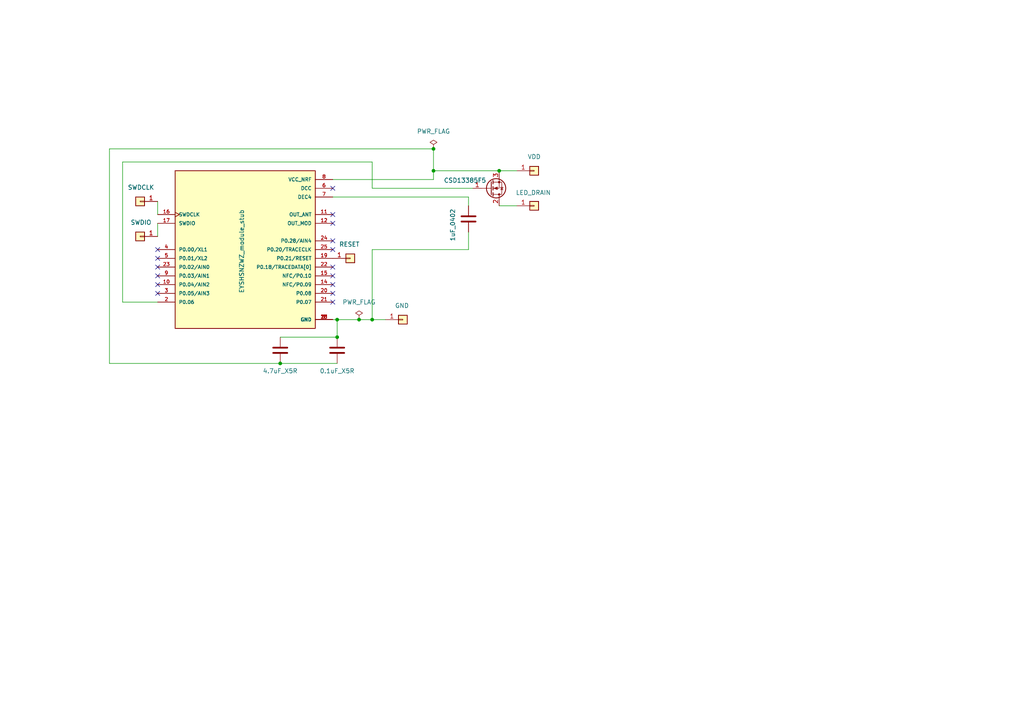
<source format=kicad_sch>
(kicad_sch (version 20250114) (generator "eeschema") (generator_version "9.0")
  (paper "A4")
  (lib_symbols
    (symbol "Connector_Generic:Conn_01x01" (pin_names (offset 1.016) (hide yes))
      (property "Reference" "J" (at 0 2.54 0))
      (property "Value" "Conn_01x01" (at 0 -2.54 0))
      (symbol "Conn_01x01_1_1"
        (rectangle (start -1.27 1.27) (end 1.27 -1.27) (stroke (width 0.254)) (fill (type background)))
        (rectangle (start -1.27 0.127) (end 0 -0.127) (stroke (width 0.1524)))
        (pin passive line (at -5.08 0 0) (length 3.81) (name "Pin_1") (number "1"))
      )
    )
    (symbol "Device:C" (pin_numbers (hide yes)) (pin_names (offset 0.254))
      (property "Reference" "C" (at 0.635 2.54 0))
      (property "Value" "C" (at 0.635 -2.54 0))
      (symbol "C_0_1"
        (polyline (pts (xy -2.032 0.762) (xy 2.032 0.762)) (stroke (width 0.508)))
        (polyline (pts (xy -2.032 -0.762) (xy 2.032 -0.762)) (stroke (width 0.508)))
      )
      (symbol "C_1_1"
        (pin passive line (at 0 3.81 270) (length 2.794) (name "~") (number "1"))
        (pin passive line (at 0 -3.81 90) (length 2.794) (name "~") (number "2"))
      )
    )
    (symbol "EYSHSNZWZ:EYSHSNZWZ" (pin_names (offset 1.016))
      (property "Value" "EYSHSNZWZ_module_stub" (at -1.016 -0.508 90))
      (symbol "EYSHSNZWZ_0_0"
        (rectangle (start -20.32 -22.86) (end 20.32 22.86) (stroke (width 0.254)) (fill (type background)))
        (pin input clock (at -25.4 10.16 0) (length 5.08) (name "SWDCLK") (number "16"))
        (pin bidirectional line (at -25.4 7.62 0) (length 5.08) (name "SWDIO") (number "17"))
        (pin bidirectional line (at -25.4 0 0) (length 5.08) (name "P0.00/XL1") (number "4"))
        (pin bidirectional line (at -25.4 -2.54 0) (length 5.08) (name "P0.01/XL2") (number "5"))
        (pin bidirectional line (at -25.4 -5.08 0) (length 5.08) (name "P0.02/AIN0") (number "23"))
        (pin bidirectional line (at -25.4 -7.62 0) (length 5.08) (name "P0.03/AIN1") (number "9"))
        (pin bidirectional line (at -25.4 -10.16 0) (length 5.08) (name "P0.04/AIN2") (number "10"))
        (pin bidirectional line (at -25.4 -12.7 0) (length 5.08) (name "P0.05/AIN3") (number "3"))
        (pin power_in line (at 25.4 20.32 180) (length 5.08) (name "VCC_NRF") (number "8"))
        (pin output line (at 25.4 10.16 180) (length 5.08) (name "OUT_ANT") (number "11"))
        (pin output line (at 25.4 7.62 180) (length 5.08) (name "OUT_MOD") (number "12"))
        (pin bidirectional line (at 25.4 2.54 180) (length 5.08) (name "P0.28/AIN4") (number "24"))
        (pin bidirectional line (at 25.4 0 180) (length 5.08) (name "P0.20/TRACECLK") (number "25"))
        (pin bidirectional line (at 25.4 -2.54 180) (length 5.08) (name "P0.21/RESET") (number "19"))
        (pin bidirectional line (at 25.4 -5.08 180) (length 5.08) (name "P0.18/TRACEDATA[0]") (number "22"))
        (pin bidirectional line (at 25.4 -7.62 180) (length 5.08) (name "NFC/P0.10") (number "15"))
        (pin bidirectional line (at 25.4 -10.16 180) (length 5.08) (name "NFC/P0.09") (number "14"))
        (pin bidirectional line (at 25.4 -12.7 180) (length 5.08) (name "P0.08") (number "20"))
        (pin bidirectional line (at 25.4 -15.24 180) (length 5.08) (name "P0.07") (number "21"))
        (pin power_in line (at 25.4 -20.32 180) (length 5.08) (name "GND") (number "1"))
        (pin power_in line (at 25.4 -20.32 180) (length 5.08) (name "GND") (number "13"))
        (pin power_in line (at 25.4 -20.32 180) (length 5.08) (name "GND") (number "18"))
        (pin power_in line (at 25.4 -20.32 180) (length 5.08) (name "GND") (number "26"))
      )
      (symbol "EYSHSNZWZ_1_0"
        (pin passive line (at -25.4 -15.24 0) (length 5.08) (name "P0.06") (number "2"))
        (pin passive line (at 25.4 17.78 180) (length 5.08) (name "DCC") (number "6"))
        (pin passive line (at 25.4 15.24 180) (length 5.08) (name "DEC4") (number "7"))
      )
    )
    (symbol "Transistor_FET:Q_NMOS_GDS" (pin_names (offset 0) (hide yes))
      (property "Reference" "Q" (at 5.08 1.905 0))
      (property "Value" "Q_NMOS_GDS" (at 5.08 0 0))
      (symbol "Q_NMOS_GDS_0_1"
        (polyline (pts (xy 0.254 1.905) (xy 0.254 -1.905)) (stroke (width 0.254)))
        (polyline (pts (xy 0.254 0) (xy -2.54 0)))
        (polyline (pts (xy 0.762 2.286) (xy 0.762 1.27)) (stroke (width 0.254)))
        (polyline (pts (xy 0.762 0.508) (xy 0.762 -0.508)) (stroke (width 0.254)))
        (polyline (pts (xy 0.762 -1.27) (xy 0.762 -2.286)) (stroke (width 0.254)))
        (polyline (pts (xy 0.762 -1.778) (xy 3.302 -1.778) (xy 3.302 1.778) (xy 0.762 1.778)))
        (polyline (pts (xy 1.016 0) (xy 2.032 0.381) (xy 2.032 -0.381) (xy 1.016 0)) (fill (type outline)))
        (circle (center 1.651 0) (radius 2.794) (stroke (width 0.254)))
        (polyline (pts (xy 2.54 2.54) (xy 2.54 1.778)))
        (circle (center 2.54 1.778) (radius 0.254) (fill (type outline)))
        (circle (center 2.54 -1.778) (radius 0.254) (fill (type outline)))
        (polyline (pts (xy 2.54 -2.54) (xy 2.54 0) (xy 0.762 0)))
        (polyline (pts (xy 2.921 0.381) (xy 3.683 0.381)))
        (polyline (pts (xy 3.302 0.381) (xy 2.921 -0.254) (xy 3.683 -0.254) (xy 3.302 0.381)))
      )
      (symbol "Q_NMOS_GDS_1_1"
        (pin input line (at -5.08 0 0) (length 2.54) (name "G") (number "1"))
        (pin passive line (at 2.54 5.08 270) (length 2.54) (name "D") (number "2"))
        (pin passive line (at 2.54 -5.08 90) (length 2.54) (name "S") (number "3"))
      )
    )
    (symbol "power:PWR_FLAG" (power) (pin_numbers (hide yes)) (pin_names (offset 0) (hide yes))
      (property "Value" "PWR_FLAG" (at 0 3.81 0))
      (symbol "PWR_FLAG_0_0"
        (pin power_out line (at 0 0 90) (length 0) (name "~") (number "1"))
      )
      (symbol "PWR_FLAG_0_1"
        (polyline (pts (xy 0 0) (xy 0 1.27) (xy -1.016 1.905) (xy 0 2.54) (xy 1.016 1.905) (xy 0 1.27)))
      )
    )
  )
  (junction (at 81.28 105.41))
  (junction (at 104.14 92.71))
  (junction (at 144.78 49.53))
  (junction (at 107.95 92.71))
  (junction (at 125.73 49.53))
  (junction (at 97.79 92.71))
  (junction (at 125.73 43.18))
  (junction (at 97.79 97.79))
  (no_connect (at 96.52 72.39))
  (no_connect (at 96.52 54.61))
  (no_connect (at 45.72 74.93))
  (no_connect (at 45.72 85.09))
  (no_connect (at 96.52 87.63))
  (no_connect (at 96.52 80.01))
  (no_connect (at 45.72 82.55))
  (no_connect (at 96.52 64.77))
  (no_connect (at 96.52 69.85))
  (no_connect (at 96.52 77.47))
  (no_connect (at 45.72 80.01))
  (no_connect (at 96.52 62.23))
  (no_connect (at 45.72 72.39))
  (no_connect (at 96.52 85.09))
  (no_connect (at 45.72 77.47))
  (no_connect (at 96.52 82.55))
  (wire (pts (xy 107.95 54.61) (xy 137.16 54.61)))
  (wire (pts (xy 125.73 43.18) (xy 125.73 49.53)))
  (wire (pts (xy 35.56 87.63) (xy 35.56 46.99)))
  (wire (pts (xy 81.28 105.41) (xy 31.75 105.41)))
  (wire (pts (xy 31.75 105.41) (xy 31.75 43.18)))
  (wire (pts (xy 144.78 59.69) (xy 149.86 59.69)))
  (wire (pts (xy 135.89 67.31) (xy 135.89 72.39)))
  (wire (pts (xy 97.79 92.71) (xy 104.14 92.71)))
  (wire (pts (xy 81.28 97.79) (xy 97.79 97.79)))
  (wire (pts (xy 125.73 49.53) (xy 144.78 49.53)))
  (wire (pts (xy 45.72 58.42) (xy 45.72 62.23)))
  (wire (pts (xy 135.89 72.39) (xy 107.95 72.39)))
  (wire (pts (xy 96.52 57.15) (xy 135.89 57.15)))
  (wire (pts (xy 144.78 49.53) (xy 149.86 49.53)))
  (wire (pts (xy 107.95 46.99) (xy 107.95 54.61)))
  (wire (pts (xy 96.52 52.07) (xy 125.73 52.07)))
  (wire (pts (xy 45.72 87.63) (xy 35.56 87.63)))
  (wire (pts (xy 97.79 92.71) (xy 97.79 97.79)))
  (wire (pts (xy 107.95 72.39) (xy 107.95 92.71)))
  (wire (pts (xy 107.95 92.71) (xy 111.76 92.71)))
  (wire (pts (xy 96.52 92.71) (xy 97.79 92.71)))
  (wire (pts (xy 81.28 105.41) (xy 97.79 105.41)))
  (wire (pts (xy 35.56 46.99) (xy 107.95 46.99)))
  (wire (pts (xy 104.14 92.71) (xy 107.95 92.71)))
  (wire (pts (xy 45.72 68.58) (xy 45.72 64.77)))
  (wire (pts (xy 31.75 43.18) (xy 125.73 43.18)))
  (wire (pts (xy 135.89 57.15) (xy 135.89 59.69)))
  (wire (pts (xy 125.73 52.07) (xy 125.73 49.53)))
  (symbol (lib_id "Device:C") (at 135.89 63.5 0) (unit 1)
    (property "Reference" "C3" (effects (hide yes)))
    (property "Value" "1uF_0402" (at 131.318 65.278 90))
    (property "Footprint" "Capacitor_SMD:C_0402_1005Metric" (effects (hide yes)))
    (property "Description" "Unpolarized capacitor" (effects (hide yes)))
  )
  (symbol (lib_id "Device:C") (at 97.79 101.6 0) (mirror x) (unit 1)
    (property "Reference" "C2" (effects (hide yes)))
    (property "Value" "0.1uF_X5R" (at 97.79 107.6 0))
    (property "Footprint" "Capacitor_SMD:C_0402_1005Metric" (effects (hide yes)))
    (property "Description" "Unpolarized capacitor" (effects (hide yes)))
  )
  (symbol (lib_id "Connector_Generic:Conn_01x01") (at 40.64 58.42 0) (mirror y) (unit 1)
    (property "Reference" "J3" (effects (hide yes)))
    (property "Value" "SWDCLK" (at 40.894 54.356 0))
    (property "Footprint" "TestPoint:TestPoint_Pad_2.0x2.0mm" (effects (hide yes)))
    (property "Description" "Generic connector, single row, 01x01, script generated (kicad-library-utils/schlib/autogen/connector/)" (effects (hide yes)))
  )
  (symbol (lib_id "power:PWR_FLAG") (at 125.73 43.18 0) (unit 1)
    (property "Reference" "#FLG01" (effects (hide yes)))
    (property "Value" "PWR_FLAG" (at 125.73 38.1 0))
    (property "Description" "Special symbol for telling ERC where power comes from" (effects (hide yes)))
  )
  (symbol (lib_id "Connector_Generic:Conn_01x01") (at 154.94 49.53 0) (unit 1)
    (property "Reference" "J5" (effects (hide yes)))
    (property "Value" "VDD" (at 154.94 45.466 0))
    (property "Footprint" "TestPoint:TestPoint_Pad_2.0x2.0mm" (effects (hide yes)))
    (property "Description" "Generic connector, single row, 01x01, script generated (kicad-library-utils/schlib/autogen/connector/)" (effects (hide yes)))
  )
  (symbol (lib_id "Connector_Generic:Conn_01x01") (at 116.84 92.71 0) (unit 1)
    (property "Reference" "J4" (effects (hide yes)))
    (property "Value" "GND" (at 116.586 88.646 0))
    (property "Footprint" "TestPoint:TestPoint_Pad_2.0x2.0mm" (effects (hide yes)))
    (property "Description" "Generic connector, single row, 01x01, script generated (kicad-library-utils/schlib/autogen/connector/)" (effects (hide yes)))
  )
  (symbol (lib_id "Device:C") (at 81.28 101.6 0) (mirror x) (unit 1)
    (property "Reference" "C1" (effects (hide yes)))
    (property "Value" "4.7uF_X5R" (at 81.28 107.6 0))
    (property "Footprint" "Capacitor_SMD:C_0603_1608Metric" (effects (hide yes)))
    (property "Description" "Unpolarized capacitor" (effects (hide yes)))
  )
  (symbol (lib_id "Connector_Generic:Conn_01x01") (at 101.6 74.93 0) (unit 1)
    (property "Reference" "J1" (effects (hide yes)))
    (property "Value" "RESET" (at 101.346 70.866 0))
    (property "Footprint" "TestPoint:TestPoint_Pad_2.0x2.0mm" (effects (hide yes)))
    (property "Description" "Generic connector, single row, 01x01, script generated (kicad-library-utils/schlib/autogen/connector/)" (effects (hide yes)))
  )
  (symbol (lib_id "Connector_Generic:Conn_01x01") (at 40.64 68.58 0) (mirror y) (unit 1)
    (property "Reference" "J2" (effects (hide yes)))
    (property "Value" "SWDIO" (at 40.894 64.516 0))
    (property "Footprint" "TestPoint:TestPoint_Pad_2.0x2.0mm" (effects (hide yes)))
    (property "Description" "Generic connector, single row, 01x01, script generated (kicad-library-utils/schlib/autogen/connector/)" (effects (hide yes)))
  )
  (symbol (lib_id "power:PWR_FLAG") (at 104.14 92.71 0) (unit 1)
    (property "Reference" "#FLG02" (effects (hide yes)))
    (property "Value" "PWR_FLAG" (at 104.14 87.63 0))
    (property "Description" "Special symbol for telling ERC where power comes from" (effects (hide yes)))
  )
  (symbol (lib_id "Connector_Generic:Conn_01x01") (at 154.94 59.69 0) (unit 1)
    (property "Reference" "J6" (effects (hide yes)))
    (property "Value" "LED_DRAIN" (at 154.686 55.88 0))
    (property "Footprint" "TestPoint:TestPoint_Pad_2.0x2.0mm" (effects (hide yes)))
    (property "Description" "Generic connector, single row, 01x01, script generated (kicad-library-utils/schlib/autogen/connector/)" (effects (hide yes)))
  )
  (symbol (lib_id "EYSHSNZWZ:EYSHSNZWZ") (at 71.12 72.39 0) (unit 1)
    (property "Reference" "U1" (effects (hide yes)))
    (property "Value" "EYSHSNZWZ_module_stub" (at 70.104 72.898 90))
    (property "Footprint" "RF_Module:Taiyo-Yuden_EYSGJNZWY" (effects (hide yes)))
    (property "Description" "Generic connector, single row, 01x04, script generated (kicad-library-utils/schlib/autogen/connector/)" (effects (hide yes)))
    (property "MF" "Taiyo Yuden" (effects (hide yes)))
    (property "Description_1" "Bluetooth Bluetooth v5.0 Transceiver Module 2.4GHz Integrated, Trace Surface Mount" (effects (hide yes)))
    (property "Package" "Module Taiyo Yuden" (effects (hide yes)))
    (property "Price" "None" (effects (hide yes)))
    (property "Check_prices" "https://www.snapeda.com/parts/EYSHSNZWZ/Taiyo+Yuden/view-part/?ref=eda" (effects (hide yes)))
    (property "STANDARD" "Manufacturer recommendations" (effects (hide yes)))
    (property "PARTREV" "1.2" (effects (hide yes)))
    (property "SnapEDA_Link" "https://www.snapeda.com/parts/EYSHSNZWZ/Taiyo+Yuden/view-part/?ref=snap" (effects (hide yes)))
    (property "MP" "EYSHSNZWZ" (effects (hide yes)))
    (property "Availability" "Not in stock" (effects (hide yes)))
    (property "MANUFACTURER" "TAIYO YUDEN CO" (effects (hide yes)))
  )
  (symbol (lib_id "Transistor_FET:Q_NMOS_GDS") (at 142.24 54.61 0) (mirror x) (unit 1)
    (property "Reference" "Q1" (effects (hide yes)))
    (property "Value" "CSD13385F5" (at 134.874 52.324 0))
    (property "Footprint" "Package_DFN_QFN:Texas_PicoStar_DFN-3_0.69x0.60mm" (effects (hide yes)))
    (property "Description" "N-MOSFET transistor, gate/drain/source" (effects (hide yes)))
  )
)
</source>
